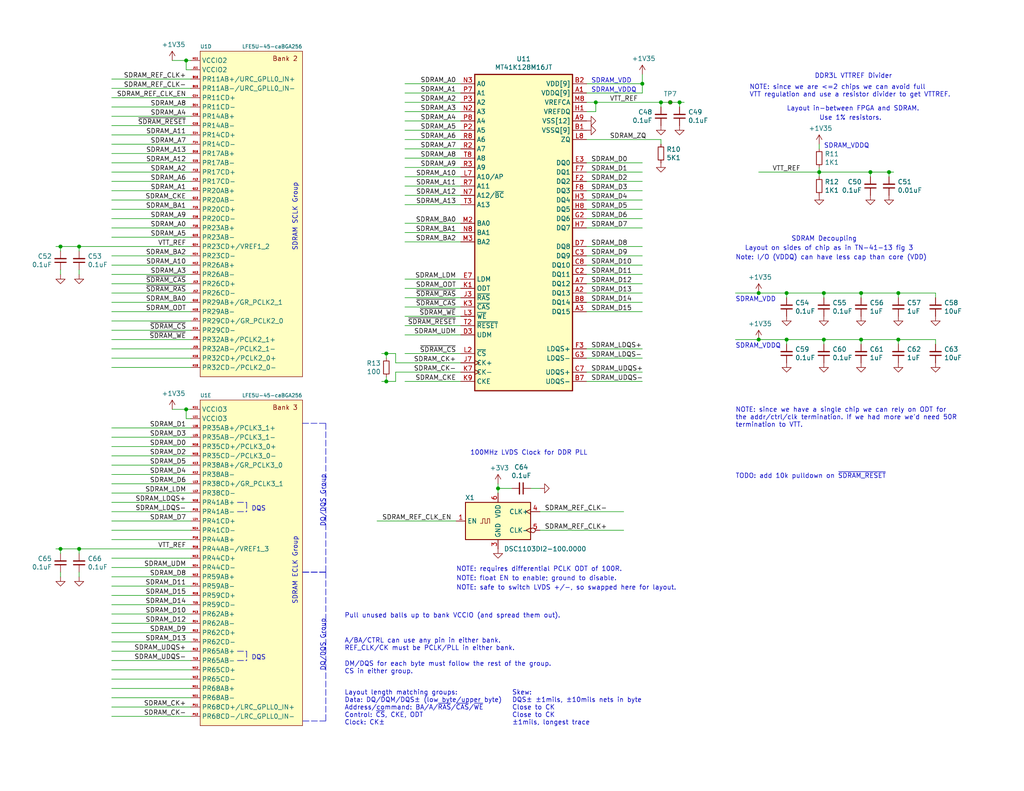
<source format=kicad_sch>
(kicad_sch (version 20200512) (host eeschema "(5.99.0-1839-gb83d64fc0)")
  (page 1 8)
  (paper "USLetter")
  (title_block (title "SDRAM") (rev "r0"))
  (junction (at 16.51 67.31))
  (junction (at 16.51 149.86))
  (junction (at 21.59 67.31))
  (junction (at 21.59 149.86))
  (junction (at 50.8 16.51))
  (junction (at 50.8 111.76))
  (junction (at 105.41 96.52))
  (junction (at 105.41 104.14))
  (junction (at 135.89 133.35))
  (junction (at 162.56 27.94))
  (junction (at 175.26 22.86))
  (junction (at 180.34 27.94))
  (junction (at 182.88 27.94))
  (junction (at 185.42 27.94))
  (junction (at 207.01 80.01))
  (junction (at 207.01 92.71))
  (junction (at 214.63 80.01))
  (junction (at 214.63 92.71))
  (junction (at 223.52 46.99))
  (junction (at 224.79 80.01))
  (junction (at 224.79 92.71))
  (junction (at 234.95 80.01))
  (junction (at 234.95 92.71))
  (junction (at 237.49 46.99))
  (junction (at 242.57 46.99))
  (junction (at 245.11 80.01))
  (junction (at 245.11 92.71))
  (wire (pts (xy 15.24 67.31) (xy 16.51 67.31)))
  (wire (pts (xy 15.24 149.86) (xy 16.51 149.86)))
  (wire (pts (xy 16.51 67.31) (xy 16.51 68.58)))
  (wire (pts (xy 16.51 67.31) (xy 21.59 67.31)))
  (wire (pts (xy 16.51 73.66) (xy 16.51 74.93)))
  (wire (pts (xy 16.51 149.86) (xy 16.51 151.13)))
  (wire (pts (xy 16.51 149.86) (xy 21.59 149.86)))
  (wire (pts (xy 16.51 156.21) (xy 16.51 157.48)))
  (wire (pts (xy 21.59 67.31) (xy 21.59 68.58)))
  (wire (pts (xy 21.59 67.31) (xy 52.07 67.31)))
  (wire (pts (xy 21.59 74.93) (xy 21.59 73.66)))
  (wire (pts (xy 21.59 149.86) (xy 21.59 151.13)))
  (wire (pts (xy 21.59 149.86) (xy 52.07 149.86)))
  (wire (pts (xy 21.59 157.48) (xy 21.59 156.21)))
  (wire (pts (xy 30.48 21.59) (xy 52.07 21.59)))
  (wire (pts (xy 30.48 24.13) (xy 52.07 24.13)))
  (wire (pts (xy 30.48 26.67) (xy 52.07 26.67)))
  (wire (pts (xy 30.48 29.21) (xy 52.07 29.21)))
  (wire (pts (xy 30.48 31.75) (xy 52.07 31.75)))
  (wire (pts (xy 30.48 34.29) (xy 52.07 34.29)))
  (wire (pts (xy 30.48 36.83) (xy 52.07 36.83)))
  (wire (pts (xy 30.48 39.37) (xy 52.07 39.37)))
  (wire (pts (xy 30.48 41.91) (xy 52.07 41.91)))
  (wire (pts (xy 30.48 44.45) (xy 52.07 44.45)))
  (wire (pts (xy 30.48 46.99) (xy 52.07 46.99)))
  (wire (pts (xy 30.48 49.53) (xy 52.07 49.53)))
  (wire (pts (xy 30.48 52.07) (xy 52.07 52.07)))
  (wire (pts (xy 30.48 54.61) (xy 52.07 54.61)))
  (wire (pts (xy 30.48 57.15) (xy 52.07 57.15)))
  (wire (pts (xy 30.48 59.69) (xy 52.07 59.69)))
  (wire (pts (xy 30.48 62.23) (xy 52.07 62.23)))
  (wire (pts (xy 30.48 64.77) (xy 52.07 64.77)))
  (wire (pts (xy 30.48 69.85) (xy 52.07 69.85)))
  (wire (pts (xy 30.48 72.39) (xy 52.07 72.39)))
  (wire (pts (xy 30.48 74.93) (xy 52.07 74.93)))
  (wire (pts (xy 30.48 77.47) (xy 52.07 77.47)))
  (wire (pts (xy 30.48 80.01) (xy 52.07 80.01)))
  (wire (pts (xy 30.48 82.55) (xy 52.07 82.55)))
  (wire (pts (xy 30.48 85.09) (xy 52.07 85.09)))
  (wire (pts (xy 30.48 87.63) (xy 52.07 87.63)))
  (wire (pts (xy 30.48 90.17) (xy 52.07 90.17)))
  (wire (pts (xy 30.48 92.71) (xy 52.07 92.71)))
  (wire (pts (xy 30.48 95.25) (xy 52.07 95.25)))
  (wire (pts (xy 30.48 97.79) (xy 52.07 97.79)))
  (wire (pts (xy 30.48 100.33) (xy 52.07 100.33)))
  (wire (pts (xy 30.48 116.84) (xy 52.07 116.84)))
  (wire (pts (xy 30.48 119.38) (xy 52.07 119.38)))
  (wire (pts (xy 30.48 121.92) (xy 52.07 121.92)))
  (wire (pts (xy 30.48 124.46) (xy 52.07 124.46)))
  (wire (pts (xy 30.48 127) (xy 52.07 127)))
  (wire (pts (xy 30.48 129.54) (xy 52.07 129.54)))
  (wire (pts (xy 30.48 132.08) (xy 52.07 132.08)))
  (wire (pts (xy 30.48 134.62) (xy 52.07 134.62)))
  (wire (pts (xy 30.48 137.16) (xy 52.07 137.16)))
  (wire (pts (xy 30.48 139.7) (xy 52.07 139.7)))
  (wire (pts (xy 30.48 142.24) (xy 52.07 142.24)))
  (wire (pts (xy 30.48 144.78) (xy 52.07 144.78)))
  (wire (pts (xy 30.48 147.32) (xy 52.07 147.32)))
  (wire (pts (xy 30.48 152.4) (xy 52.07 152.4)))
  (wire (pts (xy 30.48 154.94) (xy 52.07 154.94)))
  (wire (pts (xy 30.48 157.48) (xy 52.07 157.48)))
  (wire (pts (xy 30.48 160.02) (xy 52.07 160.02)))
  (wire (pts (xy 30.48 162.56) (xy 52.07 162.56)))
  (wire (pts (xy 30.48 165.1) (xy 52.07 165.1)))
  (wire (pts (xy 30.48 167.64) (xy 52.07 167.64)))
  (wire (pts (xy 30.48 170.18) (xy 52.07 170.18)))
  (wire (pts (xy 30.48 172.72) (xy 52.07 172.72)))
  (wire (pts (xy 30.48 175.26) (xy 52.07 175.26)))
  (wire (pts (xy 30.48 177.8) (xy 52.07 177.8)))
  (wire (pts (xy 30.48 180.34) (xy 52.07 180.34)))
  (wire (pts (xy 30.48 182.88) (xy 52.07 182.88)))
  (wire (pts (xy 30.48 185.42) (xy 52.07 185.42)))
  (wire (pts (xy 30.48 187.96) (xy 52.07 187.96)))
  (wire (pts (xy 30.48 190.5) (xy 52.07 190.5)))
  (wire (pts (xy 30.48 193.04) (xy 52.07 193.04)))
  (wire (pts (xy 30.48 195.58) (xy 52.07 195.58)))
  (wire (pts (xy 46.99 16.51) (xy 50.8 16.51)))
  (wire (pts (xy 46.99 111.76) (xy 50.8 111.76)))
  (wire (pts (xy 50.8 16.51) (xy 50.8 19.05)))
  (wire (pts (xy 50.8 19.05) (xy 52.07 19.05)))
  (wire (pts (xy 50.8 111.76) (xy 52.07 111.76)))
  (wire (pts (xy 50.8 114.3) (xy 50.8 111.76)))
  (wire (pts (xy 52.07 16.51) (xy 50.8 16.51)))
  (wire (pts (xy 52.07 114.3) (xy 50.8 114.3)))
  (wire (pts (xy 102.87 142.24) (xy 124.46 142.24)))
  (wire (pts (xy 104.14 96.52) (xy 105.41 96.52)))
  (wire (pts (xy 104.14 104.14) (xy 105.41 104.14)))
  (wire (pts (xy 105.41 96.52) (xy 105.41 97.79)))
  (wire (pts (xy 105.41 102.87) (xy 105.41 104.14)))
  (wire (pts (xy 105.41 104.14) (xy 107.95 104.14)))
  (wire (pts (xy 107.95 96.52) (xy 105.41 96.52)))
  (wire (pts (xy 107.95 99.06) (xy 107.95 96.52)))
  (wire (pts (xy 107.95 99.06) (xy 125.73 99.06)))
  (wire (pts (xy 107.95 101.6) (xy 125.73 101.6)))
  (wire (pts (xy 107.95 104.14) (xy 107.95 101.6)))
  (wire (pts (xy 110.49 22.86) (xy 125.73 22.86)))
  (wire (pts (xy 110.49 25.4) (xy 125.73 25.4)))
  (wire (pts (xy 110.49 27.94) (xy 125.73 27.94)))
  (wire (pts (xy 110.49 30.48) (xy 125.73 30.48)))
  (wire (pts (xy 110.49 33.02) (xy 125.73 33.02)))
  (wire (pts (xy 110.49 35.56) (xy 125.73 35.56)))
  (wire (pts (xy 110.49 38.1) (xy 125.73 38.1)))
  (wire (pts (xy 110.49 40.64) (xy 125.73 40.64)))
  (wire (pts (xy 110.49 43.18) (xy 125.73 43.18)))
  (wire (pts (xy 110.49 45.72) (xy 125.73 45.72)))
  (wire (pts (xy 110.49 48.26) (xy 125.73 48.26)))
  (wire (pts (xy 110.49 50.8) (xy 125.73 50.8)))
  (wire (pts (xy 110.49 53.34) (xy 125.73 53.34)))
  (wire (pts (xy 110.49 55.88) (xy 125.73 55.88)))
  (wire (pts (xy 110.49 60.96) (xy 125.73 60.96)))
  (wire (pts (xy 110.49 63.5) (xy 125.73 63.5)))
  (wire (pts (xy 110.49 66.04) (xy 125.73 66.04)))
  (wire (pts (xy 110.49 76.2) (xy 125.73 76.2)))
  (wire (pts (xy 110.49 78.74) (xy 125.73 78.74)))
  (wire (pts (xy 110.49 81.28) (xy 125.73 81.28)))
  (wire (pts (xy 110.49 83.82) (xy 125.73 83.82)))
  (wire (pts (xy 110.49 86.36) (xy 125.73 86.36)))
  (wire (pts (xy 110.49 88.9) (xy 125.73 88.9)))
  (wire (pts (xy 110.49 91.44) (xy 125.73 91.44)))
  (wire (pts (xy 110.49 96.52) (xy 125.73 96.52)))
  (wire (pts (xy 110.49 104.14) (xy 125.73 104.14)))
  (wire (pts (xy 135.89 132.08) (xy 135.89 133.35)))
  (wire (pts (xy 135.89 133.35) (xy 135.89 134.62)))
  (wire (pts (xy 135.89 133.35) (xy 139.7 133.35)))
  (wire (pts (xy 144.78 133.35) (xy 147.32 133.35)))
  (wire (pts (xy 147.32 139.7) (xy 170.18 139.7)))
  (wire (pts (xy 147.32 144.78) (xy 170.18 144.78)))
  (wire (pts (xy 160.02 22.86) (xy 175.26 22.86)))
  (wire (pts (xy 160.02 25.4) (xy 175.26 25.4)))
  (wire (pts (xy 160.02 27.94) (xy 162.56 27.94)))
  (wire (pts (xy 160.02 30.48) (xy 162.56 30.48)))
  (wire (pts (xy 160.02 38.1) (xy 180.34 38.1)))
  (wire (pts (xy 160.02 44.45) (xy 175.26 44.45)))
  (wire (pts (xy 160.02 46.99) (xy 175.26 46.99)))
  (wire (pts (xy 160.02 49.53) (xy 175.26 49.53)))
  (wire (pts (xy 160.02 52.07) (xy 175.26 52.07)))
  (wire (pts (xy 160.02 54.61) (xy 175.26 54.61)))
  (wire (pts (xy 160.02 57.15) (xy 175.26 57.15)))
  (wire (pts (xy 160.02 59.69) (xy 175.26 59.69)))
  (wire (pts (xy 160.02 62.23) (xy 175.26 62.23)))
  (wire (pts (xy 160.02 67.31) (xy 175.26 67.31)))
  (wire (pts (xy 160.02 69.85) (xy 175.26 69.85)))
  (wire (pts (xy 160.02 72.39) (xy 175.26 72.39)))
  (wire (pts (xy 160.02 74.93) (xy 175.26 74.93)))
  (wire (pts (xy 160.02 77.47) (xy 175.26 77.47)))
  (wire (pts (xy 160.02 80.01) (xy 175.26 80.01)))
  (wire (pts (xy 160.02 82.55) (xy 175.26 82.55)))
  (wire (pts (xy 160.02 85.09) (xy 175.26 85.09)))
  (wire (pts (xy 160.02 95.25) (xy 175.26 95.25)))
  (wire (pts (xy 160.02 97.79) (xy 175.26 97.79)))
  (wire (pts (xy 160.02 101.6) (xy 175.26 101.6)))
  (wire (pts (xy 160.02 104.14) (xy 175.26 104.14)))
  (wire (pts (xy 162.56 27.94) (xy 162.56 30.48)))
  (wire (pts (xy 162.56 27.94) (xy 180.34 27.94)))
  (wire (pts (xy 175.26 20.32) (xy 175.26 22.86)))
  (wire (pts (xy 175.26 22.86) (xy 175.26 25.4)))
  (wire (pts (xy 180.34 27.94) (xy 180.34 29.21)))
  (wire (pts (xy 180.34 27.94) (xy 182.88 27.94)))
  (wire (pts (xy 180.34 38.1) (xy 180.34 39.37)))
  (wire (pts (xy 182.88 27.94) (xy 185.42 27.94)))
  (wire (pts (xy 185.42 27.94) (xy 185.42 29.21)))
  (wire (pts (xy 185.42 27.94) (xy 186.69 27.94)))
  (wire (pts (xy 200.66 80.01) (xy 207.01 80.01)))
  (wire (pts (xy 200.66 92.71) (xy 207.01 92.71)))
  (wire (pts (xy 207.01 46.99) (xy 223.52 46.99)))
  (wire (pts (xy 207.01 80.01) (xy 214.63 80.01)))
  (wire (pts (xy 207.01 92.71) (xy 214.63 92.71)))
  (wire (pts (xy 214.63 80.01) (xy 214.63 81.28)))
  (wire (pts (xy 214.63 80.01) (xy 224.79 80.01)))
  (wire (pts (xy 214.63 92.71) (xy 214.63 93.98)))
  (wire (pts (xy 214.63 92.71) (xy 224.79 92.71)))
  (wire (pts (xy 223.52 40.64) (xy 223.52 39.37)))
  (wire (pts (xy 223.52 45.72) (xy 223.52 46.99)))
  (wire (pts (xy 223.52 46.99) (xy 223.52 48.26)))
  (wire (pts (xy 223.52 46.99) (xy 237.49 46.99)))
  (wire (pts (xy 224.79 80.01) (xy 224.79 81.28)))
  (wire (pts (xy 224.79 80.01) (xy 234.95 80.01)))
  (wire (pts (xy 224.79 92.71) (xy 224.79 93.98)))
  (wire (pts (xy 224.79 92.71) (xy 234.95 92.71)))
  (wire (pts (xy 234.95 80.01) (xy 234.95 81.28)))
  (wire (pts (xy 234.95 80.01) (xy 245.11 80.01)))
  (wire (pts (xy 234.95 92.71) (xy 234.95 93.98)))
  (wire (pts (xy 234.95 92.71) (xy 245.11 92.71)))
  (wire (pts (xy 237.49 46.99) (xy 237.49 48.26)))
  (wire (pts (xy 237.49 46.99) (xy 242.57 46.99)))
  (wire (pts (xy 242.57 46.99) (xy 242.57 48.26)))
  (wire (pts (xy 242.57 46.99) (xy 243.84 46.99)))
  (wire (pts (xy 245.11 80.01) (xy 245.11 81.28)))
  (wire (pts (xy 245.11 80.01) (xy 255.27 80.01)))
  (wire (pts (xy 245.11 92.71) (xy 245.11 93.98)))
  (wire (pts (xy 245.11 92.71) (xy 255.27 92.71)))
  (wire (pts (xy 255.27 80.01) (xy 255.27 81.28)))
  (wire (pts (xy 255.27 92.71) (xy 255.27 93.98)))
  (polyline (pts (xy 64.77 137.16) (xy 67.31 137.16)) (stroke (width 0) (type dash)))
  (polyline (pts (xy 64.77 139.7) (xy 67.31 139.7)) (stroke (width 0) (type dash)))
  (polyline (pts (xy 64.77 177.8) (xy 67.31 177.8)) (stroke (width 0) (type dash)))
  (polyline (pts (xy 64.77 180.34) (xy 67.31 180.34)) (stroke (width 0) (type dash)))
  (polyline (pts (xy 67.31 137.16) (xy 67.31 139.7)) (stroke (width 0) (type dash)))
  (polyline (pts (xy 67.31 177.8) (xy 67.31 180.34)) (stroke (width 0) (type dash)))
  (polyline (pts (xy 82.55 115.57) (xy 88.9 115.57)) (stroke (width 0) (type dash)))
  (polyline (pts (xy 82.55 156.21) (xy 88.9 156.21)) (stroke (width 0) (type dash)))
  (polyline (pts (xy 88.9 115.57) (xy 88.9 156.21)) (stroke (width 0) (type dash)))
  (polyline (pts (xy 88.9 156.21) (xy 82.55 156.21)) (stroke (width 0) (type dash)))
  (polyline (pts (xy 88.9 156.21) (xy 88.9 196.85)) (stroke (width 0) (type dash)))
  (polyline (pts (xy 88.9 196.85) (xy 82.55 196.85)) (stroke (width 0) (type dash)))
  (text "DQS" (at 68.58 139.7 0) (effects (font (size 1.27 1.27)) (justify left bottom)))
  (text "DQS" (at 68.58 180.34 0) (effects (font (size 1.27 1.27)) (justify left bottom)))
  (text "SDRAM SCLK Group" (at 81.28 68.58 90) (effects (font (size 1.27 1.27)) (justify left bottom)))
  (text "SDRAM ECLK Group" (at 81.28 165.1 90) (effects (font (size 1.27 1.27)) (justify left bottom)))
  (text "DQ/DQS Group" (at 88.9 129.54 270) (effects (font (size 1.27 1.27)) (justify right bottom)))
  (text "DQ/DQS Group" (at 88.9 168.91 270) (effects (font (size 1.27 1.27)) (justify right bottom)))
  (text "Pull unused balls up to bank VCCIO (and spread them out)." (at 93.98 168.91 0) (effects (font (size 1.27 1.27)) (justify left bottom)))
  (text "A/BA/CTRL can use any pin in either bank.\nREF_CLK/CK must be PCLK/PLL in either bank.\n" (at 93.98 177.8 0) (effects (font (size 1.27 1.27)) (justify left bottom)))
  (text "DM/DQS for each byte must follow the rest of the group.\nCS in either group." (at 93.98 184.15 0) (effects (font (size 1.27 1.27)) (justify left bottom)))
  (text "Layout length matching groups:\nData: DQ/DQM/DQS± (low byte/upper byte)\nAddress/command: BA/A/~RAS~/~CAS~/~WE~\nControl: ~CS~, CKE, ODT\nClock: CK±" (at 93.98 198.12 0) (effects (font (size 1.27 1.27)) (justify left bottom)))
  (text "NOTE: requires differential PCLK ODT of 100R." (at 124.46 156.21 0) (effects (font (size 1.27 1.27)) (justify left bottom)))
  (text "NOTE: float EN to enable; ground to disable." (at 124.46 158.75 0) (effects (font (size 1.27 1.27)) (justify left bottom)))
  (text "NOTE: safe to switch LVDS +/-, so swapped here for layout." (at 124.46 161.29 0) (effects (font (size 1.27 1.27)) (justify left bottom)))
  (text "100MHz LVDS Clock for DDR PLL" (at 128.27 124.46 0) (effects (font (size 1.27 1.27)) (justify left bottom)))
  (text "Skew:\nDQS± ±1mils, ±10mils nets in byte\nClose to CK\nClose to CK\n±1mils, longest trace" (at 139.7 198.12 0) (effects (font (size 1.27 1.27)) (justify left bottom)))
  (text "SDRAM_VDD" (at 161.29 22.86 0) (effects (font (size 1.27 1.27)) (justify left bottom)))
  (text "SDRAM_VDDQ" (at 161.29 25.4 0) (effects (font (size 1.27 1.27)) (justify left bottom)))
  (text "Note: I/O (VDDQ) can have less cap than core (VDD)" (at 200.66 71.12 0) (effects (font (size 1.27 1.27)) (justify left bottom)))
  (text "SDRAM_VDD" (at 200.66 82.55 0) (effects (font (size 1.27 1.27)) (justify left bottom)))
  (text "SDRAM_VDDQ" (at 200.66 95.25 0) (effects (font (size 1.27 1.27)) (justify left bottom)))
  (text "NOTE: since we have a single chip we can rely on ODT for\nthe addr/ctrl/clk termination. If we had more we'd need 50R\ntermination to VTT." (at 200.66 116.84 0) (effects (font (size 1.27 1.27)) (justify left bottom)))
  (text "TODO: add 10k pulldown on ~SDRAM_RESET" (at 200.66 130.81 0) (effects (font (size 1.27 1.27)) (justify left bottom)))
  (text "Layout on sides of chip as in TN-41-13 fig 3" (at 203.2 68.58 0) (effects (font (size 1.27 1.27)) (justify left bottom)))
  (text "NOTE: since we are <=2 chips we can avoid full\nVTT regulation and use a resistor divider to get VTTREF." (at 204.47 26.67 0) (effects (font (size 1.27 1.27)) (justify left bottom)))
  (text "Layout in-between FPGA and SDRAM." (at 214.63 30.48 0) (effects (font (size 1.27 1.27)) (justify left bottom)))
  (text "SDRAM Decoupling" (at 215.9 66.04 0) (effects (font (size 1.27 1.27)) (justify left bottom)))
  (text "DDR3L VTTREF Divider" (at 222.25 21.59 0) (effects (font (size 1.27 1.27)) (justify left bottom)))
  (text "Use 1% resistors." (at 223.52 33.02 0) (effects (font (size 1.27 1.27)) (justify left bottom)))
  (text "SDRAM_VDDQ" (at 224.79 40.64 0) (effects (font (size 1.27 1.27)) (justify left bottom)))
  (label "SDRAM_REF_CLK+" (at 50.8 21.59 180))
  (label "SDRAM_REF_CLK-" (at 50.8 24.13 180))
  (label "SDRAM_REF_CLK_EN" (at 50.8 26.67 180))
  (label "SDRAM_A8" (at 50.8 29.21 180))
  (label "SDRAM_A4" (at 50.8 31.75 180))
  (label "~SDRAM_RESET" (at 50.8 34.29 180))
  (label "SDRAM_A11" (at 50.8 36.83 180))
  (label "SDRAM_A7" (at 50.8 39.37 180))
  (label "SDRAM_A13" (at 50.8 41.91 180))
  (label "SDRAM_A12" (at 50.8 44.45 180))
  (label "SDRAM_A2" (at 50.8 46.99 180))
  (label "SDRAM_A6" (at 50.8 49.53 180))
  (label "SDRAM_A1" (at 50.8 52.07 180))
  (label "SDRAM_CKE" (at 50.8 54.61 180))
  (label "SDRAM_BA1" (at 50.8 57.15 180))
  (label "SDRAM_A9" (at 50.8 59.69 180))
  (label "SDRAM_A0" (at 50.8 62.23 180))
  (label "SDRAM_A5" (at 50.8 64.77 180))
  (label "VTT_REF" (at 50.8 67.31 180))
  (label "SDRAM_BA2" (at 50.8 69.85 180))
  (label "SDRAM_A10" (at 50.8 72.39 180))
  (label "SDRAM_A3" (at 50.8 74.93 180))
  (label "~SDRAM_CAS" (at 50.8 77.47 180))
  (label "~SDRAM_RAS" (at 50.8 80.01 180))
  (label "SDRAM_BA0" (at 50.8 82.55 180))
  (label "SDRAM_ODT" (at 50.8 85.09 180))
  (label "~SDRAM_CS" (at 50.8 90.17 180))
  (label "~SDRAM_WE" (at 50.8 92.71 180))
  (label "SDRAM_D1" (at 50.8 116.84 180))
  (label "SDRAM_D3" (at 50.8 119.38 180))
  (label "SDRAM_D0" (at 50.8 121.92 180))
  (label "SDRAM_D2" (at 50.8 124.46 180))
  (label "SDRAM_D5" (at 50.8 127 180))
  (label "SDRAM_D4" (at 50.8 129.54 180))
  (label "SDRAM_D6" (at 50.8 132.08 180))
  (label "SDRAM_LDM" (at 50.8 134.62 180))
  (label "SDRAM_LDQS+" (at 50.8 137.16 180))
  (label "SDRAM_LDQS-" (at 50.8 139.7 180))
  (label "SDRAM_D7" (at 50.8 142.24 180))
  (label "VTT_REF" (at 50.8 149.86 180))
  (label "SDRAM_UDM" (at 50.8 154.94 180))
  (label "SDRAM_D8" (at 50.8 157.48 180))
  (label "SDRAM_D11" (at 50.8 160.02 180))
  (label "SDRAM_D15" (at 50.8 162.56 180))
  (label "SDRAM_D14" (at 50.8 165.1 180))
  (label "SDRAM_D10" (at 50.8 167.64 180))
  (label "SDRAM_D12" (at 50.8 170.18 180))
  (label "SDRAM_D9" (at 50.8 172.72 180))
  (label "SDRAM_D13" (at 50.8 175.26 180))
  (label "SDRAM_UDQS+" (at 50.8 177.8 180))
  (label "SDRAM_UDQS-" (at 50.8 180.34 180))
  (label "SDRAM_CK+" (at 50.8 193.04 180))
  (label "SDRAM_CK-" (at 50.8 195.58 180))
  (label "SDRAM_REF_CLK_EN" (at 123.19 142.24 180))
  (label "SDRAM_A0" (at 124.46 22.86 180))
  (label "SDRAM_A1" (at 124.46 25.4 180))
  (label "SDRAM_A2" (at 124.46 27.94 180))
  (label "SDRAM_A3" (at 124.46 30.48 180))
  (label "SDRAM_A4" (at 124.46 33.02 180))
  (label "SDRAM_A5" (at 124.46 35.56 180))
  (label "SDRAM_A6" (at 124.46 38.1 180))
  (label "SDRAM_A7" (at 124.46 40.64 180))
  (label "SDRAM_A8" (at 124.46 43.18 180))
  (label "SDRAM_A9" (at 124.46 45.72 180))
  (label "SDRAM_A10" (at 124.46 48.26 180))
  (label "SDRAM_A11" (at 124.46 50.8 180))
  (label "SDRAM_A12" (at 124.46 53.34 180))
  (label "SDRAM_A13" (at 124.46 55.88 180))
  (label "SDRAM_BA0" (at 124.46 60.96 180))
  (label "SDRAM_BA1" (at 124.46 63.5 180))
  (label "SDRAM_BA2" (at 124.46 66.04 180))
  (label "SDRAM_LDM" (at 124.46 76.2 180))
  (label "SDRAM_ODT" (at 124.46 78.74 180))
  (label "~SDRAM_RAS" (at 124.46 81.28 180))
  (label "~SDRAM_CAS" (at 124.46 83.82 180))
  (label "~SDRAM_WE" (at 124.46 86.36 180))
  (label "~SDRAM_RESET" (at 124.46 88.9 180))
  (label "SDRAM_UDM" (at 124.46 91.44 180))
  (label "~SDRAM_CS" (at 124.46 96.52 180))
  (label "SDRAM_CK+" (at 124.46 99.06 180))
  (label "SDRAM_CK-" (at 124.46 101.6 180))
  (label "SDRAM_CKE" (at 124.46 104.14 180))
  (label "SDRAM_REF_CLK-" (at 148.59 139.7 0))
  (label "SDRAM_REF_CLK+" (at 148.59 144.78 0))
  (label "SDRAM_D0" (at 161.29 44.45 0))
  (label "SDRAM_D1" (at 161.29 46.99 0))
  (label "SDRAM_D2" (at 161.29 49.53 0))
  (label "SDRAM_D3" (at 161.29 52.07 0))
  (label "SDRAM_D4" (at 161.29 54.61 0))
  (label "SDRAM_D5" (at 161.29 57.15 0))
  (label "SDRAM_D6" (at 161.29 59.69 0))
  (label "SDRAM_D7" (at 161.29 62.23 0))
  (label "SDRAM_D8" (at 161.29 67.31 0))
  (label "SDRAM_D9" (at 161.29 69.85 0))
  (label "SDRAM_D10" (at 161.29 72.39 0))
  (label "SDRAM_D11" (at 161.29 74.93 0))
  (label "SDRAM_D12" (at 161.29 77.47 0))
  (label "SDRAM_D13" (at 161.29 80.01 0))
  (label "SDRAM_D14" (at 161.29 82.55 0))
  (label "SDRAM_D15" (at 161.29 85.09 0))
  (label "SDRAM_LDQS+" (at 161.29 95.25 0))
  (label "SDRAM_LDQS-" (at 161.29 97.79 0))
  (label "SDRAM_UDQS+" (at 161.29 101.6 0))
  (label "SDRAM_UDQS-" (at 161.29 104.14 0))
  (label "VTT_REF" (at 166.37 27.94 0))
  (label "SDRAM_ZQ" (at 166.37 38.1 0))
  (label "VTT_REF" (at 218.44 46.99 180))
  (symbol (lib_id "Connector:TestPoint_Small") (at 182.88 27.94 90) (unit 1)
    (property "Reference" "TP7" (at 182.88 25.6476 90))
    (property "Value" "TestPoint_Small" (effects hide))
    (property "Footprint" "TestPoint:TestPoint_Pad_D1.0mm" (effects hide))
  )
  (symbol (lib_id "power:+1V35") (at 46.99 16.51 0) (unit 1)
    (property "Reference" "#PWR0142" (effects hide))
    (property "Value" "+1V35" (at 47.3583 12.1856 0))
  )
  (symbol (lib_id "power:+1V35") (at 46.99 111.76 0) (unit 1)
    (property "Reference" "#PWR0137" (effects hide))
    (property "Value" "+1V35" (at 47.3583 107.4356 0))
  )
  (symbol (lib_id "power:+3V3") (at 135.89 132.08 0) (unit 1)
    (property "Reference" "#PWR0116" (effects hide))
    (property "Value" "+3V3" (at 136.2583 127.7556 0))
  )
  (symbol (lib_id "power:+1V35") (at 175.26 20.32 0) (unit 1)
    (property "Reference" "#PWR0140" (effects hide))
    (property "Value" "+1V35" (at 175.6283 15.9956 0))
  )
  (symbol (lib_id "power:+1V35") (at 207.01 80.01 0) (unit 1)
    (property "Reference" "#PWR0138" (effects hide))
    (property "Value" "+1V35" (at 207.3783 75.6856 0))
  )
  (symbol (lib_id "power:+1V35") (at 207.01 92.71 0) (unit 1)
    (property "Reference" "#PWR0139" (effects hide))
    (property "Value" "+1V35" (at 207.3783 88.3856 0))
  )
  (symbol (lib_id "power:+1V35") (at 223.52 39.37 0) (unit 1)
    (property "Reference" "#PWR0141" (effects hide))
    (property "Value" "+1V35" (at 223.8883 35.0456 0))
  )
  (symbol (lib_id "power:GND") (at 16.51 74.93 0) (unit 1)
    (property "Reference" "#PWR065" (effects hide))
    (property "Value" "GND" (effects hide))
  )
  (symbol (lib_id "power:GND") (at 16.51 157.48 0) (unit 1)
    (property "Reference" "#PWR069" (effects hide))
    (property "Value" "GND" (effects hide))
  )
  (symbol (lib_id "power:GND") (at 21.59 74.93 0) (unit 1)
    (property "Reference" "#PWR066" (effects hide))
    (property "Value" "GND" (effects hide))
  )
  (symbol (lib_id "power:GND") (at 21.59 157.48 0) (unit 1)
    (property "Reference" "#PWR070" (effects hide))
    (property "Value" "GND" (effects hide))
  )
  (symbol (lib_id "power:GND") (at 135.89 149.86 0) (unit 1)
    (property "Reference" "#PWR0193" (effects hide))
    (property "Value" "GND" (effects hide))
  )
  (symbol (lib_id "power:GND") (at 147.32 133.35 90) (unit 1)
    (property "Reference" "#PWR0192" (effects hide))
    (property "Value" "GND" (effects hide))
  )
  (symbol (lib_id "power:GND") (at 160.02 33.02 90) (unit 1)
    (property "Reference" "#PWR0161" (effects hide))
    (property "Value" "GND" (effects hide))
  )
  (symbol (lib_id "power:GND") (at 160.02 35.56 90) (unit 1)
    (property "Reference" "#PWR0160" (effects hide))
    (property "Value" "GND" (effects hide))
  )
  (symbol (lib_id "power:GND") (at 180.34 34.29 0) (unit 1)
    (property "Reference" "#PWR061" (effects hide))
    (property "Value" "GND" (effects hide))
  )
  (symbol (lib_id "power:GND") (at 180.34 44.45 0) (unit 1)
    (property "Reference" "#PWR0159" (effects hide))
    (property "Value" "GND" (effects hide))
  )
  (symbol (lib_id "power:GND") (at 185.42 34.29 0) (unit 1)
    (property "Reference" "#PWR062" (effects hide))
    (property "Value" "GND" (effects hide))
  )
  (symbol (lib_id "power:GND") (at 214.63 86.36 0) (unit 1)
    (property "Reference" "#PWR0200" (effects hide))
    (property "Value" "GND" (effects hide))
  )
  (symbol (lib_id "power:GND") (at 214.63 99.06 0) (unit 1)
    (property "Reference" "#PWR0195" (effects hide))
    (property "Value" "GND" (effects hide))
  )
  (symbol (lib_id "power:GND") (at 223.52 53.34 0) (unit 1)
    (property "Reference" "#PWR0162" (effects hide))
    (property "Value" "GND" (effects hide))
  )
  (symbol (lib_id "power:GND") (at 224.79 86.36 0) (unit 1)
    (property "Reference" "#PWR0201" (effects hide))
    (property "Value" "GND" (effects hide))
  )
  (symbol (lib_id "power:GND") (at 224.79 99.06 0) (unit 1)
    (property "Reference" "#PWR0197" (effects hide))
    (property "Value" "GND" (effects hide))
  )
  (symbol (lib_id "power:GND") (at 234.95 86.36 0) (unit 1)
    (property "Reference" "#PWR0202" (effects hide))
    (property "Value" "GND" (effects hide))
  )
  (symbol (lib_id "power:GND") (at 234.95 99.06 0) (unit 1)
    (property "Reference" "#PWR0196" (effects hide))
    (property "Value" "GND" (effects hide))
  )
  (symbol (lib_id "power:GND") (at 237.49 53.34 0) (unit 1)
    (property "Reference" "#PWR063" (effects hide))
    (property "Value" "GND" (effects hide))
  )
  (symbol (lib_id "power:GND") (at 242.57 53.34 0) (unit 1)
    (property "Reference" "#PWR064" (effects hide))
    (property "Value" "GND" (effects hide))
  )
  (symbol (lib_id "power:GND") (at 245.11 86.36 0) (unit 1)
    (property "Reference" "#PWR0199" (effects hide))
    (property "Value" "GND" (effects hide))
  )
  (symbol (lib_id "power:GND") (at 245.11 99.06 0) (unit 1)
    (property "Reference" "#PWR0198" (effects hide))
    (property "Value" "GND" (effects hide))
  )
  (symbol (lib_id "power:GND") (at 255.27 86.36 0) (unit 1)
    (property "Reference" "#PWR067" (effects hide))
    (property "Value" "GND" (effects hide))
  )
  (symbol (lib_id "power:GND") (at 255.27 99.06 0) (unit 1)
    (property "Reference" "#PWR068" (effects hide))
    (property "Value" "GND" (effects hide))
  )
  (symbol (lib_name "Device:R_Small_1") (lib_id "Device:R_Small") (at 105.41 100.33 0) (unit 1)
    (property "Reference" "R13" (at 103.9113 99.1806 0) (effects (justify right)))
    (property "Value" "100" (at 103.9113 101.4793 0) (effects (justify right)))
    (property "Footprint" "Resistor_SMD_RD:R_0402_1005Metric" (effects hide))
  )
  (symbol (lib_id "Device:R_Small") (at 180.34 41.91 0) (unit 1)
    (property "Reference" "R10" (at 181.8387 40.7606 0) (effects (justify left)))
    (property "Value" "5K1" (at 181.8387 43.0593 0) (effects (justify left)))
    (property "Footprint" "Resistor_SMD_RD:R_0402_1005Metric" (effects hide))
  )
  (symbol (lib_name "Device:R_Small_2") (lib_id "Device:R_Small") (at 223.52 43.18 0) (unit 1)
    (property "Reference" "R11" (at 225.0187 42.0306 0) (effects (justify left)))
    (property "Value" "1K1" (at 225.0187 44.3293 0) (effects (justify left)))
    (property "Footprint" "Resistor_SMD_RD:R_0402_1005Metric" (effects hide))
  )
  (symbol (lib_name "Device:R_Small_3") (lib_id "Device:R_Small") (at 223.52 50.8 0) (unit 1)
    (property "Reference" "R12" (at 225.0187 49.6506 0) (effects (justify left)))
    (property "Value" "1K1" (at 225.0187 51.9493 0) (effects (justify left)))
    (property "Footprint" "Resistor_SMD_RD:R_0402_1005Metric" (effects hide))
  )
  (symbol (lib_name "Device:C_Small_18") (lib_id "Device:C_Small") (at 16.51 71.12 180) (unit 1)
    (property "Reference" "C52" (at 14.1858 69.9706 0) (effects (justify left)))
    (property "Value" "0.1uF" (at 14.1858 72.2693 0) (effects (justify left)))
    (property "Footprint" "Capacitor_SMD_RD:C_0201_0603Metric" (effects hide))
  )
  (symbol (lib_name "Device:C_Small_17") (lib_id "Device:C_Small") (at 16.51 153.67 180) (unit 1)
    (property "Reference" "C65" (at 14.1858 152.5206 0) (effects (justify left)))
    (property "Value" "0.1uF" (at 14.1858 154.8193 0) (effects (justify left)))
    (property "Footprint" "Capacitor_SMD_RD:C_0201_0603Metric" (effects hide))
  )
  (symbol (lib_id "Device:C_Small") (at 21.59 71.12 180) (unit 1)
    (property "Reference" "C53" (at 23.9142 69.9706 0) (effects (justify right)))
    (property "Value" "0.1uF" (at 23.9142 72.2693 0) (effects (justify right)))
    (property "Footprint" "Capacitor_SMD_RD:C_0201_0603Metric" (effects hide))
  )
  (symbol (lib_name "Device:C_Small_2") (lib_id "Device:C_Small") (at 21.59 153.67 180) (unit 1)
    (property "Reference" "C66" (at 23.9142 152.5206 0) (effects (justify right)))
    (property "Value" "0.1uF" (at 23.9142 154.8193 0) (effects (justify right)))
    (property "Footprint" "Capacitor_SMD_RD:C_0201_0603Metric" (effects hide))
  )
  (symbol (lib_id "Device:C_Small") (at 142.24 133.35 270) (unit 1)
    (property "Reference" "C64" (at 142.24 127.5334 90))
    (property "Value" "0.1uF" (at 142.24 129.8448 90))
    (property "Footprint" "Capacitor_SMD_RD:C_0402_1005Metric" (effects hide))
  )
  (symbol (lib_name "Device:C_Small_4") (lib_id "Device:C_Small") (at 180.34 31.75 180) (unit 1)
    (property "Reference" "C48" (at 178.0158 30.6006 0) (effects (justify left)))
    (property "Value" "0.1uF" (at 178.0158 32.8993 0) (effects (justify left)))
    (property "Footprint" "Capacitor_SMD_RD:C_0201_0603Metric" (effects hide))
  )
  (symbol (lib_id "Device:C_Small") (at 185.42 31.75 180) (unit 1)
    (property "Reference" "C49" (at 187.7442 30.6006 0) (effects (justify right)))
    (property "Value" "0.1uF" (at 187.744 32.899 0) (effects (justify right)))
    (property "Footprint" "Capacitor_SMD_RD:C_0201_0603Metric" (effects hide))
  )
  (symbol (lib_name "Device:C_Small_9") (lib_id "Device:C_Small") (at 214.63 83.82 180) (unit 1)
    (property "Reference" "C54" (at 216.9542 82.6706 0) (effects (justify right)))
    (property "Value" "0.1uF" (at 216.954 84.969 0) (effects (justify right)))
    (property "Footprint" "Capacitor_SMD_RD:C_0201_0603Metric" (effects hide))
  )
  (symbol (lib_name "Device:C_Small_13") (lib_id "Device:C_Small") (at 214.63 96.52 180) (unit 1)
    (property "Reference" "C59" (at 216.9542 95.3706 0) (effects (justify right)))
    (property "Value" "0.1uF" (at 216.954 97.669 0) (effects (justify right)))
    (property "Footprint" "Capacitor_SMD_RD:C_0201_0603Metric" (effects hide))
  )
  (symbol (lib_name "Device:C_Small_10") (lib_id "Device:C_Small") (at 224.79 83.82 180) (unit 1)
    (property "Reference" "C55" (at 227.1142 82.6706 0) (effects (justify right)))
    (property "Value" "0.1uF" (at 227.114 84.969 0) (effects (justify right)))
    (property "Footprint" "Capacitor_SMD_RD:C_0201_0603Metric" (effects hide))
  )
  (symbol (lib_name "Device:C_Small_16") (lib_id "Device:C_Small") (at 224.79 96.52 180) (unit 1)
    (property "Reference" "C60" (at 227.1142 95.3706 0) (effects (justify right)))
    (property "Value" "0.1uF" (at 227.114 97.669 0) (effects (justify right)))
    (property "Footprint" "Capacitor_SMD_RD:C_0201_0603Metric" (effects hide))
  )
  (symbol (lib_name "Device:C_Small_11") (lib_id "Device:C_Small") (at 234.95 83.82 180) (unit 1)
    (property "Reference" "C56" (at 237.2742 82.6706 0) (effects (justify right)))
    (property "Value" "1uF" (at 237.274 84.969 0) (effects (justify right)))
    (property "Footprint" "Capacitor_SMD_RD:C_0201_0603Metric" (effects hide))
  )
  (symbol (lib_name "Device:C_Small_14") (lib_id "Device:C_Small") (at 234.95 96.52 180) (unit 1)
    (property "Reference" "C61" (at 237.2742 95.3706 0) (effects (justify right)))
    (property "Value" "1uF" (at 237.274 97.669 0) (effects (justify right)))
    (property "Footprint" "Capacitor_SMD_RD:C_0201_0603Metric" (effects hide))
  )
  (symbol (lib_name "Device:C_Small_3") (lib_id "Device:C_Small") (at 237.49 50.8 180) (unit 1)
    (property "Reference" "C50" (at 235.1658 49.6506 0) (effects (justify left)))
    (property "Value" "0.1uF" (at 235.1658 51.9493 0) (effects (justify left)))
    (property "Footprint" "Capacitor_SMD_RD:C_0201_0603Metric" (effects hide))
  )
  (symbol (lib_name "Device:C_Small_1") (lib_id "Device:C_Small") (at 242.57 50.8 180) (unit 1)
    (property "Reference" "C51" (at 244.8942 49.6506 0) (effects (justify right)))
    (property "Value" "0.01uF" (at 244.894 51.949 0) (effects (justify right)))
    (property "Footprint" "Capacitor_SMD_RD:C_0201_0603Metric" (effects hide))
  )
  (symbol (lib_name "Device:C_Small_12") (lib_id "Device:C_Small") (at 245.11 83.82 180) (unit 1)
    (property "Reference" "C57" (at 247.4342 82.6706 0) (effects (justify right)))
    (property "Value" "1uF" (at 247.434 84.969 0) (effects (justify right)))
    (property "Footprint" "Capacitor_SMD_RD:C_0201_0603Metric" (effects hide))
  )
  (symbol (lib_name "Device:C_Small_15") (lib_id "Device:C_Small") (at 245.11 96.52 180) (unit 1)
    (property "Reference" "C62" (at 247.4342 95.3706 0) (effects (justify right)))
    (property "Value" "1uF" (at 247.434 97.669 0) (effects (justify right)))
    (property "Footprint" "Capacitor_SMD_RD:C_0201_0603Metric" (effects hide))
  )
  (symbol (lib_name "Device:C_Small_19") (lib_id "Device:C_Small") (at 255.27 83.82 180) (unit 1)
    (property "Reference" "C58" (at 257.5942 82.6706 0) (effects (justify right)))
    (property "Value" "10uF" (at 257.594 84.969 0) (effects (justify right)))
    (property "Footprint" "Capacitor_SMD_RD:C_0402_1005Metric" (effects hide))
  )
  (symbol (lib_name "Device:C_Small_20") (lib_id "Device:C_Small") (at 255.27 96.52 180) (unit 1)
    (property "Reference" "C63" (at 257.5942 95.3706 0) (effects (justify right)))
    (property "Value" "10uF" (at 257.594 97.669 0) (effects (justify right)))
    (property "Footprint" "Capacitor_SMD_RD:C_0402_1005Metric" (effects hide))
  )
  (symbol (lib_id "Oscillator_RD:DSC1103") (at 135.89 142.24 0) (unit 1)
    (property "Reference" "X1" (at 129.54 135.89 0) (effects (justify right)))
    (property "Value" "DSC1103DI2-100.0000" (at 160.02 149.86 0) (effects (justify right)))
    (property "Footprint" "Oscillator_RD:Oscillator_SMD_Microchip_VDFN-6Pin_2.5x2.0mm_J7A" (effects hide))
    (property "Datasheet" "http://ww1.microchip.com/downloads/en/DeviceDoc/DSC1103-23-Low-Jitter-Precision-LVDS-Oscillator-DS20005745C.pdf" (effects hide))
  )
  (symbol (lib_name "FPGA_Lattice_RD:LFE5U-XX-XBG256_4") (lib_id "FPGA_Lattice_RD:LFE5U-XX-XBG256") (at 68.58 31.75 0) (unit 4)
    (property "Reference" "U1" (at 54.61 12.7 0) (effects (font (size 0.991 0.991)) (justify left)))
    (property "Value" "LFE5U-45-caBGA256" (at 66.04 12.7 0) (effects (font (size 0.991 0.991)) (justify left)))
    (property "Footprint" "Package_BGA_RD:Lattice_caBGA-256_14x14mm_P0.8mm" (effects hide))
    (property "Datasheet" "http://www.latticesemi.com/view_document?document_id=50461" (effects hide))
  )
  (symbol (lib_name "FPGA_Lattice_RD:LFE5U-XX-XBG256_5") (lib_id "FPGA_Lattice_RD:LFE5U-XX-XBG256") (at 68.58 127 0) (unit 5)
    (property "Reference" "U1" (at 54.61 107.95 0) (effects (font (size 0.991 0.991)) (justify left)))
    (property "Value" "LFE5U-45-caBGA256" (at 66.04 107.95 0) (effects (font (size 0.991 0.991)) (justify left)))
    (property "Footprint" "Package_BGA_RD:Lattice_caBGA-256_14x14mm_P0.8mm" (effects hide))
    (property "Datasheet" "http://www.latticesemi.com/view_document?document_id=50461" (effects hide))
  )
  (symbol (lib_name "Memory_RAM_RD:MT41K128M16JT_1") (lib_id "Memory_RAM_RD:MT41K128M16JT") (at 142.24 53.34 0) (unit 1)
    (property "Reference" "U11" (at 142.875 16.0717 0))
    (property "Value" "MT41K128M16JT" (at 142.875 18.3704 0))
    (property "Footprint" "Package_BGA:BGA-96_9.0x13.0mm_Layout2x3x16_P0.8mm" (effects hide))
    (property "Datasheet" "https://www.micron.com/products/dram/ddr3-sdram/part-catalog/mt41k128m16jt-125" (effects hide))
  )
)
</source>
